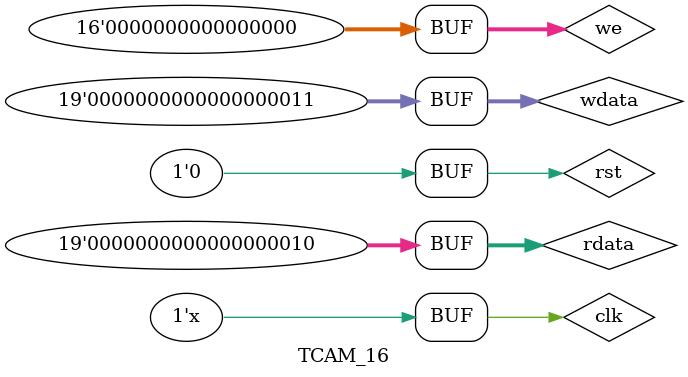
<source format=v>
`timescale 1ns / 1ps


module TCAM_16;

	// Inputs
	reg clk;
	reg rst;
	reg [15:0]we;
	reg [18:0] wdata;
	reg [18:0] rdata;
	
	wire [15:0]hit;

	// Instantiate the Unit Under Test (UUT)
	CAM_16 uut (
		.clk(clk), 
		.rst(rst), 
		.we(we), 
		.wdata(wdata), 
		.rdata(rdata),
		.hit(hit)
	);

	initial begin
		// Initialize Inputs
		clk = 1;
		rst = 1;
		we = 0;
		wdata = 0;
		rdata = 0;

		// Wait 100 ns for global reset to finish
		#10;
		rst = 0;
		wdata = 19'd1;
		we = 16'd1;
		#10
		wdata = 19'd2;
		we = 16'd2;
		#10
		wdata = 19'd3;
		we = 16'd4;
		#10
		we = 0;
		rdata = 19'd1;
		#10
		rdata = 19'd2;
		
        
		// Add stimulus here

	end
	always @*
		#5
		clk <= ~clk;
      
endmodule


</source>
